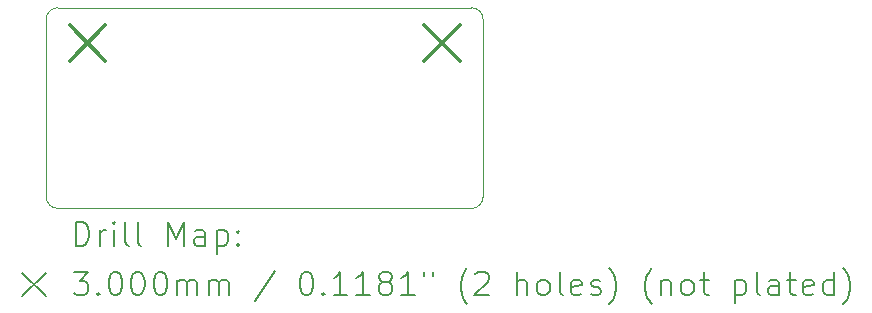
<source format=gbr>
%TF.GenerationSoftware,KiCad,Pcbnew,(6.0.7)*%
%TF.CreationDate,2022-10-05T08:21:56-05:00*%
%TF.ProjectId,SolenoidHandlerBoard,536f6c65-6e6f-4696-9448-616e646c6572,rev?*%
%TF.SameCoordinates,Original*%
%TF.FileFunction,Drillmap*%
%TF.FilePolarity,Positive*%
%FSLAX45Y45*%
G04 Gerber Fmt 4.5, Leading zero omitted, Abs format (unit mm)*
G04 Created by KiCad (PCBNEW (6.0.7)) date 2022-10-05 08:21:56*
%MOMM*%
%LPD*%
G01*
G04 APERTURE LIST*
%ADD10C,0.100000*%
%ADD11C,0.200000*%
%ADD12C,0.300000*%
G04 APERTURE END LIST*
D10*
X11600000Y-8400000D02*
X15100000Y-8400000D01*
X15100000Y-10100000D02*
G75*
G03*
X15200000Y-10000000I0J100000D01*
G01*
X15200000Y-8500000D02*
G75*
G03*
X15100000Y-8400000I-100000J0D01*
G01*
X11500000Y-10000000D02*
X11500000Y-8500000D01*
X11600000Y-8400000D02*
G75*
G03*
X11500000Y-8500000I0J-100000D01*
G01*
X11500000Y-10000000D02*
G75*
G03*
X11600000Y-10100000I100000J0D01*
G01*
X15100000Y-10100000D02*
X11600000Y-10100000D01*
X15200000Y-10000000D02*
X15200000Y-8500000D01*
D11*
D12*
X11700000Y-8550000D02*
X12000000Y-8850000D01*
X12000000Y-8550000D02*
X11700000Y-8850000D01*
X14700000Y-8550000D02*
X15000000Y-8850000D01*
X15000000Y-8550000D02*
X14700000Y-8850000D01*
D11*
X11752619Y-10415476D02*
X11752619Y-10215476D01*
X11800238Y-10215476D01*
X11828809Y-10225000D01*
X11847857Y-10244048D01*
X11857381Y-10263095D01*
X11866905Y-10301190D01*
X11866905Y-10329762D01*
X11857381Y-10367857D01*
X11847857Y-10386905D01*
X11828809Y-10405952D01*
X11800238Y-10415476D01*
X11752619Y-10415476D01*
X11952619Y-10415476D02*
X11952619Y-10282143D01*
X11952619Y-10320238D02*
X11962143Y-10301190D01*
X11971667Y-10291667D01*
X11990714Y-10282143D01*
X12009762Y-10282143D01*
X12076428Y-10415476D02*
X12076428Y-10282143D01*
X12076428Y-10215476D02*
X12066905Y-10225000D01*
X12076428Y-10234524D01*
X12085952Y-10225000D01*
X12076428Y-10215476D01*
X12076428Y-10234524D01*
X12200238Y-10415476D02*
X12181190Y-10405952D01*
X12171667Y-10386905D01*
X12171667Y-10215476D01*
X12305000Y-10415476D02*
X12285952Y-10405952D01*
X12276428Y-10386905D01*
X12276428Y-10215476D01*
X12533571Y-10415476D02*
X12533571Y-10215476D01*
X12600238Y-10358333D01*
X12666905Y-10215476D01*
X12666905Y-10415476D01*
X12847857Y-10415476D02*
X12847857Y-10310714D01*
X12838333Y-10291667D01*
X12819286Y-10282143D01*
X12781190Y-10282143D01*
X12762143Y-10291667D01*
X12847857Y-10405952D02*
X12828809Y-10415476D01*
X12781190Y-10415476D01*
X12762143Y-10405952D01*
X12752619Y-10386905D01*
X12752619Y-10367857D01*
X12762143Y-10348810D01*
X12781190Y-10339286D01*
X12828809Y-10339286D01*
X12847857Y-10329762D01*
X12943095Y-10282143D02*
X12943095Y-10482143D01*
X12943095Y-10291667D02*
X12962143Y-10282143D01*
X13000238Y-10282143D01*
X13019286Y-10291667D01*
X13028809Y-10301190D01*
X13038333Y-10320238D01*
X13038333Y-10377381D01*
X13028809Y-10396429D01*
X13019286Y-10405952D01*
X13000238Y-10415476D01*
X12962143Y-10415476D01*
X12943095Y-10405952D01*
X13124048Y-10396429D02*
X13133571Y-10405952D01*
X13124048Y-10415476D01*
X13114524Y-10405952D01*
X13124048Y-10396429D01*
X13124048Y-10415476D01*
X13124048Y-10291667D02*
X13133571Y-10301190D01*
X13124048Y-10310714D01*
X13114524Y-10301190D01*
X13124048Y-10291667D01*
X13124048Y-10310714D01*
X11295000Y-10645000D02*
X11495000Y-10845000D01*
X11495000Y-10645000D02*
X11295000Y-10845000D01*
X11733571Y-10635476D02*
X11857381Y-10635476D01*
X11790714Y-10711667D01*
X11819286Y-10711667D01*
X11838333Y-10721190D01*
X11847857Y-10730714D01*
X11857381Y-10749762D01*
X11857381Y-10797381D01*
X11847857Y-10816429D01*
X11838333Y-10825952D01*
X11819286Y-10835476D01*
X11762143Y-10835476D01*
X11743095Y-10825952D01*
X11733571Y-10816429D01*
X11943095Y-10816429D02*
X11952619Y-10825952D01*
X11943095Y-10835476D01*
X11933571Y-10825952D01*
X11943095Y-10816429D01*
X11943095Y-10835476D01*
X12076428Y-10635476D02*
X12095476Y-10635476D01*
X12114524Y-10645000D01*
X12124048Y-10654524D01*
X12133571Y-10673571D01*
X12143095Y-10711667D01*
X12143095Y-10759286D01*
X12133571Y-10797381D01*
X12124048Y-10816429D01*
X12114524Y-10825952D01*
X12095476Y-10835476D01*
X12076428Y-10835476D01*
X12057381Y-10825952D01*
X12047857Y-10816429D01*
X12038333Y-10797381D01*
X12028809Y-10759286D01*
X12028809Y-10711667D01*
X12038333Y-10673571D01*
X12047857Y-10654524D01*
X12057381Y-10645000D01*
X12076428Y-10635476D01*
X12266905Y-10635476D02*
X12285952Y-10635476D01*
X12305000Y-10645000D01*
X12314524Y-10654524D01*
X12324048Y-10673571D01*
X12333571Y-10711667D01*
X12333571Y-10759286D01*
X12324048Y-10797381D01*
X12314524Y-10816429D01*
X12305000Y-10825952D01*
X12285952Y-10835476D01*
X12266905Y-10835476D01*
X12247857Y-10825952D01*
X12238333Y-10816429D01*
X12228809Y-10797381D01*
X12219286Y-10759286D01*
X12219286Y-10711667D01*
X12228809Y-10673571D01*
X12238333Y-10654524D01*
X12247857Y-10645000D01*
X12266905Y-10635476D01*
X12457381Y-10635476D02*
X12476428Y-10635476D01*
X12495476Y-10645000D01*
X12505000Y-10654524D01*
X12514524Y-10673571D01*
X12524048Y-10711667D01*
X12524048Y-10759286D01*
X12514524Y-10797381D01*
X12505000Y-10816429D01*
X12495476Y-10825952D01*
X12476428Y-10835476D01*
X12457381Y-10835476D01*
X12438333Y-10825952D01*
X12428809Y-10816429D01*
X12419286Y-10797381D01*
X12409762Y-10759286D01*
X12409762Y-10711667D01*
X12419286Y-10673571D01*
X12428809Y-10654524D01*
X12438333Y-10645000D01*
X12457381Y-10635476D01*
X12609762Y-10835476D02*
X12609762Y-10702143D01*
X12609762Y-10721190D02*
X12619286Y-10711667D01*
X12638333Y-10702143D01*
X12666905Y-10702143D01*
X12685952Y-10711667D01*
X12695476Y-10730714D01*
X12695476Y-10835476D01*
X12695476Y-10730714D02*
X12705000Y-10711667D01*
X12724048Y-10702143D01*
X12752619Y-10702143D01*
X12771667Y-10711667D01*
X12781190Y-10730714D01*
X12781190Y-10835476D01*
X12876428Y-10835476D02*
X12876428Y-10702143D01*
X12876428Y-10721190D02*
X12885952Y-10711667D01*
X12905000Y-10702143D01*
X12933571Y-10702143D01*
X12952619Y-10711667D01*
X12962143Y-10730714D01*
X12962143Y-10835476D01*
X12962143Y-10730714D02*
X12971667Y-10711667D01*
X12990714Y-10702143D01*
X13019286Y-10702143D01*
X13038333Y-10711667D01*
X13047857Y-10730714D01*
X13047857Y-10835476D01*
X13438333Y-10625952D02*
X13266905Y-10883095D01*
X13695476Y-10635476D02*
X13714524Y-10635476D01*
X13733571Y-10645000D01*
X13743095Y-10654524D01*
X13752619Y-10673571D01*
X13762143Y-10711667D01*
X13762143Y-10759286D01*
X13752619Y-10797381D01*
X13743095Y-10816429D01*
X13733571Y-10825952D01*
X13714524Y-10835476D01*
X13695476Y-10835476D01*
X13676428Y-10825952D01*
X13666905Y-10816429D01*
X13657381Y-10797381D01*
X13647857Y-10759286D01*
X13647857Y-10711667D01*
X13657381Y-10673571D01*
X13666905Y-10654524D01*
X13676428Y-10645000D01*
X13695476Y-10635476D01*
X13847857Y-10816429D02*
X13857381Y-10825952D01*
X13847857Y-10835476D01*
X13838333Y-10825952D01*
X13847857Y-10816429D01*
X13847857Y-10835476D01*
X14047857Y-10835476D02*
X13933571Y-10835476D01*
X13990714Y-10835476D02*
X13990714Y-10635476D01*
X13971667Y-10664048D01*
X13952619Y-10683095D01*
X13933571Y-10692619D01*
X14238333Y-10835476D02*
X14124048Y-10835476D01*
X14181190Y-10835476D02*
X14181190Y-10635476D01*
X14162143Y-10664048D01*
X14143095Y-10683095D01*
X14124048Y-10692619D01*
X14352619Y-10721190D02*
X14333571Y-10711667D01*
X14324048Y-10702143D01*
X14314524Y-10683095D01*
X14314524Y-10673571D01*
X14324048Y-10654524D01*
X14333571Y-10645000D01*
X14352619Y-10635476D01*
X14390714Y-10635476D01*
X14409762Y-10645000D01*
X14419286Y-10654524D01*
X14428809Y-10673571D01*
X14428809Y-10683095D01*
X14419286Y-10702143D01*
X14409762Y-10711667D01*
X14390714Y-10721190D01*
X14352619Y-10721190D01*
X14333571Y-10730714D01*
X14324048Y-10740238D01*
X14314524Y-10759286D01*
X14314524Y-10797381D01*
X14324048Y-10816429D01*
X14333571Y-10825952D01*
X14352619Y-10835476D01*
X14390714Y-10835476D01*
X14409762Y-10825952D01*
X14419286Y-10816429D01*
X14428809Y-10797381D01*
X14428809Y-10759286D01*
X14419286Y-10740238D01*
X14409762Y-10730714D01*
X14390714Y-10721190D01*
X14619286Y-10835476D02*
X14505000Y-10835476D01*
X14562143Y-10835476D02*
X14562143Y-10635476D01*
X14543095Y-10664048D01*
X14524048Y-10683095D01*
X14505000Y-10692619D01*
X14695476Y-10635476D02*
X14695476Y-10673571D01*
X14771667Y-10635476D02*
X14771667Y-10673571D01*
X15066905Y-10911667D02*
X15057381Y-10902143D01*
X15038333Y-10873571D01*
X15028809Y-10854524D01*
X15019286Y-10825952D01*
X15009762Y-10778333D01*
X15009762Y-10740238D01*
X15019286Y-10692619D01*
X15028809Y-10664048D01*
X15038333Y-10645000D01*
X15057381Y-10616429D01*
X15066905Y-10606905D01*
X15133571Y-10654524D02*
X15143095Y-10645000D01*
X15162143Y-10635476D01*
X15209762Y-10635476D01*
X15228809Y-10645000D01*
X15238333Y-10654524D01*
X15247857Y-10673571D01*
X15247857Y-10692619D01*
X15238333Y-10721190D01*
X15124048Y-10835476D01*
X15247857Y-10835476D01*
X15485952Y-10835476D02*
X15485952Y-10635476D01*
X15571667Y-10835476D02*
X15571667Y-10730714D01*
X15562143Y-10711667D01*
X15543095Y-10702143D01*
X15514524Y-10702143D01*
X15495476Y-10711667D01*
X15485952Y-10721190D01*
X15695476Y-10835476D02*
X15676428Y-10825952D01*
X15666905Y-10816429D01*
X15657381Y-10797381D01*
X15657381Y-10740238D01*
X15666905Y-10721190D01*
X15676428Y-10711667D01*
X15695476Y-10702143D01*
X15724048Y-10702143D01*
X15743095Y-10711667D01*
X15752619Y-10721190D01*
X15762143Y-10740238D01*
X15762143Y-10797381D01*
X15752619Y-10816429D01*
X15743095Y-10825952D01*
X15724048Y-10835476D01*
X15695476Y-10835476D01*
X15876428Y-10835476D02*
X15857381Y-10825952D01*
X15847857Y-10806905D01*
X15847857Y-10635476D01*
X16028809Y-10825952D02*
X16009762Y-10835476D01*
X15971667Y-10835476D01*
X15952619Y-10825952D01*
X15943095Y-10806905D01*
X15943095Y-10730714D01*
X15952619Y-10711667D01*
X15971667Y-10702143D01*
X16009762Y-10702143D01*
X16028809Y-10711667D01*
X16038333Y-10730714D01*
X16038333Y-10749762D01*
X15943095Y-10768810D01*
X16114524Y-10825952D02*
X16133571Y-10835476D01*
X16171667Y-10835476D01*
X16190714Y-10825952D01*
X16200238Y-10806905D01*
X16200238Y-10797381D01*
X16190714Y-10778333D01*
X16171667Y-10768810D01*
X16143095Y-10768810D01*
X16124048Y-10759286D01*
X16114524Y-10740238D01*
X16114524Y-10730714D01*
X16124048Y-10711667D01*
X16143095Y-10702143D01*
X16171667Y-10702143D01*
X16190714Y-10711667D01*
X16266905Y-10911667D02*
X16276428Y-10902143D01*
X16295476Y-10873571D01*
X16305000Y-10854524D01*
X16314524Y-10825952D01*
X16324048Y-10778333D01*
X16324048Y-10740238D01*
X16314524Y-10692619D01*
X16305000Y-10664048D01*
X16295476Y-10645000D01*
X16276428Y-10616429D01*
X16266905Y-10606905D01*
X16628809Y-10911667D02*
X16619286Y-10902143D01*
X16600238Y-10873571D01*
X16590714Y-10854524D01*
X16581190Y-10825952D01*
X16571667Y-10778333D01*
X16571667Y-10740238D01*
X16581190Y-10692619D01*
X16590714Y-10664048D01*
X16600238Y-10645000D01*
X16619286Y-10616429D01*
X16628809Y-10606905D01*
X16705000Y-10702143D02*
X16705000Y-10835476D01*
X16705000Y-10721190D02*
X16714524Y-10711667D01*
X16733571Y-10702143D01*
X16762143Y-10702143D01*
X16781190Y-10711667D01*
X16790714Y-10730714D01*
X16790714Y-10835476D01*
X16914524Y-10835476D02*
X16895476Y-10825952D01*
X16885952Y-10816429D01*
X16876429Y-10797381D01*
X16876429Y-10740238D01*
X16885952Y-10721190D01*
X16895476Y-10711667D01*
X16914524Y-10702143D01*
X16943095Y-10702143D01*
X16962143Y-10711667D01*
X16971667Y-10721190D01*
X16981190Y-10740238D01*
X16981190Y-10797381D01*
X16971667Y-10816429D01*
X16962143Y-10825952D01*
X16943095Y-10835476D01*
X16914524Y-10835476D01*
X17038333Y-10702143D02*
X17114524Y-10702143D01*
X17066905Y-10635476D02*
X17066905Y-10806905D01*
X17076429Y-10825952D01*
X17095476Y-10835476D01*
X17114524Y-10835476D01*
X17333571Y-10702143D02*
X17333571Y-10902143D01*
X17333571Y-10711667D02*
X17352619Y-10702143D01*
X17390714Y-10702143D01*
X17409762Y-10711667D01*
X17419286Y-10721190D01*
X17428810Y-10740238D01*
X17428810Y-10797381D01*
X17419286Y-10816429D01*
X17409762Y-10825952D01*
X17390714Y-10835476D01*
X17352619Y-10835476D01*
X17333571Y-10825952D01*
X17543095Y-10835476D02*
X17524048Y-10825952D01*
X17514524Y-10806905D01*
X17514524Y-10635476D01*
X17705000Y-10835476D02*
X17705000Y-10730714D01*
X17695476Y-10711667D01*
X17676429Y-10702143D01*
X17638333Y-10702143D01*
X17619286Y-10711667D01*
X17705000Y-10825952D02*
X17685952Y-10835476D01*
X17638333Y-10835476D01*
X17619286Y-10825952D01*
X17609762Y-10806905D01*
X17609762Y-10787857D01*
X17619286Y-10768810D01*
X17638333Y-10759286D01*
X17685952Y-10759286D01*
X17705000Y-10749762D01*
X17771667Y-10702143D02*
X17847857Y-10702143D01*
X17800238Y-10635476D02*
X17800238Y-10806905D01*
X17809762Y-10825952D01*
X17828810Y-10835476D01*
X17847857Y-10835476D01*
X17990714Y-10825952D02*
X17971667Y-10835476D01*
X17933571Y-10835476D01*
X17914524Y-10825952D01*
X17905000Y-10806905D01*
X17905000Y-10730714D01*
X17914524Y-10711667D01*
X17933571Y-10702143D01*
X17971667Y-10702143D01*
X17990714Y-10711667D01*
X18000238Y-10730714D01*
X18000238Y-10749762D01*
X17905000Y-10768810D01*
X18171667Y-10835476D02*
X18171667Y-10635476D01*
X18171667Y-10825952D02*
X18152619Y-10835476D01*
X18114524Y-10835476D01*
X18095476Y-10825952D01*
X18085952Y-10816429D01*
X18076429Y-10797381D01*
X18076429Y-10740238D01*
X18085952Y-10721190D01*
X18095476Y-10711667D01*
X18114524Y-10702143D01*
X18152619Y-10702143D01*
X18171667Y-10711667D01*
X18247857Y-10911667D02*
X18257381Y-10902143D01*
X18276429Y-10873571D01*
X18285952Y-10854524D01*
X18295476Y-10825952D01*
X18305000Y-10778333D01*
X18305000Y-10740238D01*
X18295476Y-10692619D01*
X18285952Y-10664048D01*
X18276429Y-10645000D01*
X18257381Y-10616429D01*
X18247857Y-10606905D01*
M02*

</source>
